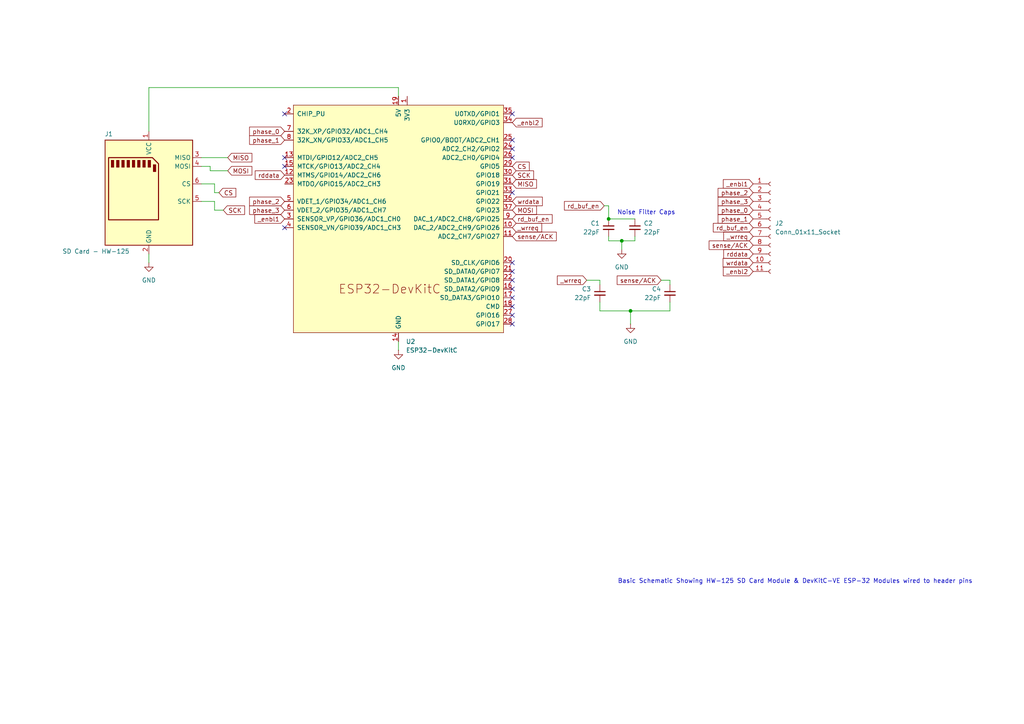
<source format=kicad_sch>
(kicad_sch (version 20250114) (generator "eeschema") (generator_version "9.0")
  (paper "A4")
  (lib_symbols
    (symbol "Connector:Conn_01x11_Socket" (pin_names (offset 1.016) (hide yes))
      (property "Reference" "J" (at 0 15.24 0))
      (property "Value" "Conn_01x11_Socket" (at 0 -15.24 0))
      (symbol "Conn_01x11_Socket_1_1"
        (polyline (pts (xy -1.27 12.7) (xy -0.508 12.7)) (stroke (width 0.1524)))
        (polyline (pts (xy -1.27 10.16) (xy -0.508 10.16)) (stroke (width 0.1524)))
        (polyline (pts (xy -1.27 7.62) (xy -0.508 7.62)) (stroke (width 0.1524)))
        (polyline (pts (xy -1.27 5.08) (xy -0.508 5.08)) (stroke (width 0.1524)))
        (polyline (pts (xy -1.27 2.54) (xy -0.508 2.54)) (stroke (width 0.1524)))
        (polyline (pts (xy -1.27 0) (xy -0.508 0)) (stroke (width 0.1524)))
        (polyline (pts (xy -1.27 -2.54) (xy -0.508 -2.54)) (stroke (width 0.1524)))
        (polyline (pts (xy -1.27 -5.08) (xy -0.508 -5.08)) (stroke (width 0.1524)))
        (polyline (pts (xy -1.27 -7.62) (xy -0.508 -7.62)) (stroke (width 0.1524)))
        (polyline (pts (xy -1.27 -10.16) (xy -0.508 -10.16)) (stroke (width 0.1524)))
        (polyline (pts (xy -1.27 -12.7) (xy -0.508 -12.7)) (stroke (width 0.1524)))
        (arc (start 0 12.192) (mid -0.5058 12.7) (end 0 13.208) (stroke (width 0.1524)))
        (arc (start 0 9.652) (mid -0.5058 10.16) (end 0 10.668) (stroke (width 0.1524)))
        (arc (start 0 7.112) (mid -0.5058 7.62) (end 0 8.128) (stroke (width 0.1524)))
        (arc (start 0 4.572) (mid -0.5058 5.08) (end 0 5.588) (stroke (width 0.1524)))
        (arc (start 0 2.032) (mid -0.5058 2.54) (end 0 3.048) (stroke (width 0.1524)))
        (arc (start 0 -0.508) (mid -0.5058 0) (end 0 0.508) (stroke (width 0.1524)))
        (arc (start 0 -3.048) (mid -0.5058 -2.54) (end 0 -2.032) (stroke (width 0.1524)))
        (arc (start 0 -5.588) (mid -0.5058 -5.08) (end 0 -4.572) (stroke (width 0.1524)))
        (arc (start 0 -8.128) (mid -0.5058 -7.62) (end 0 -7.112) (stroke (width 0.1524)))
        (arc (start 0 -10.668) (mid -0.5058 -10.16) (end 0 -9.652) (stroke (width 0.1524)))
        (arc (start 0 -13.208) (mid -0.5058 -12.7) (end 0 -12.192) (stroke (width 0.1524)))
        (pin passive line (at -5.08 12.7 0) (length 3.81) (name "Pin_1") (number "1"))
        (pin passive line (at -5.08 10.16 0) (length 3.81) (name "Pin_2") (number "2"))
        (pin passive line (at -5.08 7.62 0) (length 3.81) (name "Pin_3") (number "3"))
        (pin passive line (at -5.08 5.08 0) (length 3.81) (name "Pin_4") (number "4"))
        (pin passive line (at -5.08 2.54 0) (length 3.81) (name "Pin_5") (number "5"))
        (pin passive line (at -5.08 0 0) (length 3.81) (name "Pin_6") (number "6"))
        (pin passive line (at -5.08 -2.54 0) (length 3.81) (name "Pin_7") (number "7"))
        (pin passive line (at -5.08 -5.08 0) (length 3.81) (name "Pin_8") (number "8"))
        (pin passive line (at -5.08 -7.62 0) (length 3.81) (name "Pin_9") (number "9"))
        (pin passive line (at -5.08 -10.16 0) (length 3.81) (name "Pin_10") (number "10"))
        (pin passive line (at -5.08 -12.7 0) (length 3.81) (name "Pin_11") (number "11"))
      )
    )
    (symbol "Connector:HW-125_SD_Card"
      (property "Reference" "J" (at -11.938 18.288 0))
      (property "Value" "SD Card - HW-125" (at 0 -8.128 0))
      (symbol "HW-125_SD_Card_0_1"
        (rectangle (start -2.032 9.398) (end -1.27 7.366) (fill (type outline)))
        (rectangle (start -0.508 10.668) (end 0.254 8.636) (fill (type outline)))
        (rectangle (start 1.016 10.668) (end 1.778 8.636) (fill (type outline)))
        (rectangle (start 2.54 10.668) (end 3.302 8.636) (fill (type outline)))
        (rectangle (start 4.064 10.668) (end 4.826 8.636) (fill (type outline)))
        (rectangle (start 5.588 10.668) (end 6.35 8.636) (fill (type outline)))
        (rectangle (start 7.112 10.668) (end 7.874 8.636) (fill (type outline)))
        (rectangle (start 8.636 10.668) (end 9.398 8.636) (fill (type outline)))
        (rectangle (start 10.16 10.668) (end 10.922 8.636) (fill (type outline)))
      )
      (symbol "HW-125_SD_Card_1_1"
        (rectangle (start -12.7 16.51) (end 12.7 -13.97) (stroke (width 0.254)) (fill (type background)))
        (polyline (pts (xy -1.016 11.43) (xy 11.684 11.43) (xy 11.684 -6.604) (xy -2.794 -6.604) (xy -2.794 9.652) (xy -1.016 11.43)) (stroke (width 0.3)))
        (pin bidirectional line (at -15.24 11.43 0) (length 2.54) (name "MISO") (number "3"))
        (pin bidirectional line (at -15.24 8.89 0) (length 2.54) (name "MOSI") (number "4"))
        (pin bidirectional line (at -15.24 3.81 0) (length 2.54) (name "CS") (number "6"))
        (pin input line (at -15.24 -1.27 0) (length 2.54) (name "SCK") (number "5"))
        (pin power_in line (at 0 19.05 270) (length 2.54) (name "VCC") (number "1"))
        (pin power_in line (at 0 -16.51 90) (length 2.54) (name "GND") (number "2"))
      )
    )
    (symbol "Device:C_Small" (pin_numbers (hide yes)) (pin_names (offset 0.254) (hide yes))
      (property "Reference" "C" (at 0.254 1.778 0))
      (property "Value" "C_Small" (at 0.254 -2.032 0))
      (symbol "C_Small_0_1"
        (polyline (pts (xy -1.524 0.508) (xy 1.524 0.508)) (stroke (width 0.3048)))
        (polyline (pts (xy -1.524 -0.508) (xy 1.524 -0.508)) (stroke (width 0.3302)))
      )
      (symbol "C_Small_1_1"
        (pin passive line (at 0 2.54 270) (length 2.032) (name "~") (number "1"))
        (pin passive line (at 0 -2.54 90) (length 2.032) (name "~") (number "2"))
      )
    )
    (symbol "PCM_Espressif:ESP32-DevKitC" (pin_names (offset 1.016))
      (property "Reference" "U" (at -30.48 38.1 0))
      (property "Value" "ESP32-DevKitC" (at -30.48 35.56 0))
      (symbol "ESP32-DevKitC_0_0"
        (text "ESP32-DevKitC" (at -2.54 -20.32 0) (effects (font (size 2.54 2.54))))
        (pin power_in line (at 0 35.56 270) (length 2.54) (name "5V") (number "19"))
        (pin power_in line (at 0 -35.56 90) (length 2.54) (name "GND") (number "14"))
      )
      (symbol "ESP32-DevKitC_0_1"
        (rectangle (start -30.48 33.02) (end 30.48 -33.02) (fill (type background)))
      )
      (symbol "ESP32-DevKitC_1_1"
        (pin input line (at -33.02 30.48 0) (length 2.54) (name "CHIP_PU") (number "2"))
        (pin bidirectional line (at -33.02 25.4 0) (length 2.54) (name "32K_XP/GPIO32/ADC1_CH4") (number "7"))
        (pin bidirectional line (at -33.02 22.86 0) (length 2.54) (name "32K_XN/GPIO33/ADC1_CH5") (number "8"))
        (pin bidirectional line (at -33.02 17.78 0) (length 2.54) (name "MTDI/GPIO12/ADC2_CH5") (number "13"))
        (pin bidirectional line (at -33.02 15.24 0) (length 2.54) (name "MTCK/GPIO13/ADC2_CH4") (number "15"))
        (pin bidirectional line (at -33.02 12.7 0) (length 2.54) (name "MTMS/GPIO14/ADC2_CH6") (number "12"))
        (pin bidirectional line (at -33.02 10.16 0) (length 2.54) (name "MTDO/GPIO15/ADC2_CH3") (number "23"))
        (pin input line (at -33.02 5.08 0) (length 2.54) (name "VDET_1/GPIO34/ADC1_CH6") (number "5"))
        (pin input line (at -33.02 2.54 0) (length 2.54) (name "VDET_2/GPIO35/ADC1_CH7") (number "6"))
        (pin input line (at -33.02 0 0) (length 2.54) (name "SENSOR_VP/GPIO36/ADC1_CH0") (number "3"))
        (pin input line (at -33.02 -2.54 0) (length 2.54) (name "SENSOR_VN/GPIO39/ADC1_CH3") (number "4"))
        (pin passive line (at 0 -35.56 90) (length 2.54) (hide yes) (name "GND") (number "32"))
        (pin passive line (at 0 -35.56 90) (length 2.54) (hide yes) (name "GND") (number "38"))
        (pin power_in line (at 2.54 35.56 270) (length 2.54) (name "3V3") (number "1"))
        (pin bidirectional line (at 33.02 30.48 180) (length 2.54) (name "U0TXD/GPIO1") (number "35"))
        (pin bidirectional line (at 33.02 27.94 180) (length 2.54) (name "U0RXD/GPIO3") (number "34"))
        (pin bidirectional line (at 33.02 22.86 180) (length 2.54) (name "GPIO0/BOOT/ADC2_CH1") (number "25"))
        (pin bidirectional line (at 33.02 20.32 180) (length 2.54) (name "ADC2_CH2/GPIO2") (number "24"))
        (pin bidirectional line (at 33.02 17.78 180) (length 2.54) (name "ADC2_CH0/GPIO4") (number "26"))
        (pin bidirectional line (at 33.02 15.24 180) (length 2.54) (name "GPIO5") (number "29"))
        (pin bidirectional line (at 33.02 12.7 180) (length 2.54) (name "GPIO18") (number "30"))
        (pin bidirectional line (at 33.02 10.16 180) (length 2.54) (name "GPIO19") (number "31"))
        (pin bidirectional line (at 33.02 7.62 180) (length 2.54) (name "GPIO21") (number "33"))
        (pin bidirectional line (at 33.02 5.08 180) (length 2.54) (name "GPIO22") (number "36"))
        (pin bidirectional line (at 33.02 2.54 180) (length 2.54) (name "GPIO23") (number "37"))
        (pin bidirectional line (at 33.02 0 180) (length 2.54) (name "DAC_1/ADC2_CH8/GPIO25") (number "9"))
        (pin bidirectional line (at 33.02 -2.54 180) (length 2.54) (name "DAC_2/ADC2_CH9/GPIO26") (number "10"))
        (pin bidirectional line (at 33.02 -5.08 180) (length 2.54) (name "ADC2_CH7/GPIO27") (number "11"))
        (pin bidirectional line (at 33.02 -12.7 180) (length 2.54) (name "SD_CLK/GPIO6") (number "20"))
        (pin bidirectional line (at 33.02 -15.24 180) (length 2.54) (name "SD_DATA0/GPIO7") (number "21"))
        (pin bidirectional line (at 33.02 -17.78 180) (length 2.54) (name "SD_DATA1/GPIO8") (number "22"))
        (pin bidirectional line (at 33.02 -20.32 180) (length 2.54) (name "SD_DATA2/GPIO9") (number "16"))
        (pin bidirectional line (at 33.02 -22.86 180) (length 2.54) (name "SD_DATA3/GPIO10") (number "17"))
        (pin bidirectional line (at 33.02 -25.4 180) (length 2.54) (name "CMD") (number "18"))
        (pin bidirectional line (at 33.02 -27.94 180) (length 2.54) (name "GPIO16") (number "27"))
        (pin bidirectional line (at 33.02 -30.48 180) (length 2.54) (name "GPIO17") (number "28"))
      )
    )
    (symbol "power:GND" (power) (pin_numbers (hide yes)) (pin_names (offset 0) (hide yes))
      (property "Value" "GND" (at 0 -3.81 0))
      (symbol "GND_0_1"
        (polyline (pts (xy 0 0) (xy 0 -1.27) (xy 1.27 -1.27) (xy 0 -2.54) (xy -1.27 -1.27) (xy 0 -1.27)))
      )
      (symbol "GND_1_1"
        (pin power_in line (at 0 0 270) (length 0) (name "~") (number "1"))
      )
    )
  )
  (text "Noise Filter Caps" (at 187.452 61.722 0) (effects (font (size 1.27 1.27))))
  (text "Basic Schematic Showing HW-125 SD Card Module & DevKitC-VE ESP-32 Modules wired to header pins" (at 230.632 168.656 0) (effects (font (size 1.27 1.27))))
  (junction (at 176.53 63.5))
  (junction (at 180.34 69.85))
  (junction (at 182.88 90.17))
  (no_connect (at 148.59 55.88))
  (no_connect (at 148.59 81.28))
  (no_connect (at 148.59 33.02))
  (no_connect (at 148.59 43.18))
  (no_connect (at 82.55 45.72))
  (no_connect (at 148.59 78.74))
  (no_connect (at 82.55 48.26))
  (no_connect (at 148.59 45.72))
  (no_connect (at 148.59 76.2))
  (no_connect (at 148.59 93.98))
  (no_connect (at 148.59 88.9))
  (no_connect (at 148.59 86.36))
  (no_connect (at 148.59 40.64))
  (no_connect (at 148.59 83.82))
  (no_connect (at 82.55 66.04))
  (no_connect (at 148.59 91.44))
  (no_connect (at 82.55 33.02))
  (wire (pts (xy 62.23 55.88) (xy 62.23 53.34)))
  (wire (pts (xy 115.57 99.06) (xy 115.57 101.6)))
  (wire (pts (xy 180.34 69.85) (xy 184.15 69.85)))
  (wire (pts (xy 60.96 48.26) (xy 60.96 49.53)))
  (wire (pts (xy 43.18 25.4) (xy 115.57 25.4)))
  (wire (pts (xy 180.34 69.85) (xy 180.34 72.39)))
  (wire (pts (xy 62.23 53.34) (xy 58.42 53.34)))
  (wire (pts (xy 58.42 48.26) (xy 60.96 48.26)))
  (wire (pts (xy 173.99 81.28) (xy 173.99 82.55)))
  (wire (pts (xy 176.53 68.58) (xy 176.53 69.85)))
  (wire (pts (xy 173.99 87.63) (xy 173.99 90.17)))
  (wire (pts (xy 43.18 25.4) (xy 43.18 38.1)))
  (wire (pts (xy 176.53 59.69) (xy 176.53 63.5)))
  (wire (pts (xy 60.96 49.53) (xy 66.04 49.53)))
  (wire (pts (xy 182.88 90.17) (xy 194.31 90.17)))
  (wire (pts (xy 194.31 90.17) (xy 194.31 87.63)))
  (wire (pts (xy 176.53 69.85) (xy 180.34 69.85)))
  (wire (pts (xy 62.23 60.96) (xy 64.77 60.96)))
  (wire (pts (xy 62.23 58.42) (xy 62.23 60.96)))
  (wire (pts (xy 62.23 55.88) (xy 63.5 55.88)))
  (wire (pts (xy 175.26 59.69) (xy 176.53 59.69)))
  (wire (pts (xy 184.15 69.85) (xy 184.15 68.58)))
  (wire (pts (xy 176.53 63.5) (xy 184.15 63.5)))
  (wire (pts (xy 191.77 81.28) (xy 194.31 81.28)))
  (wire (pts (xy 43.18 73.66) (xy 43.18 76.2)))
  (wire (pts (xy 58.42 58.42) (xy 62.23 58.42)))
  (wire (pts (xy 170.18 81.28) (xy 173.99 81.28)))
  (wire (pts (xy 194.31 81.28) (xy 194.31 82.55)))
  (wire (pts (xy 58.42 45.72) (xy 66.04 45.72)))
  (wire (pts (xy 182.88 90.17) (xy 182.88 93.98)))
  (wire (pts (xy 173.99 90.17) (xy 182.88 90.17)))
  (wire (pts (xy 115.57 25.4) (xy 115.57 27.94)))
  (global_label "rd_buf_en" (shape input) (at 218.44 66.04 180) (property "Intersheetrefs" "${INTERSHEET_REFS}" (effects (hide yes))))
  (global_label "_enbl2" (shape input) (at 218.44 78.74 180) (property "Intersheetrefs" "${INTERSHEET_REFS}" (effects (hide yes))))
  (global_label "phase_1" (shape input) (at 82.55 40.64 180) (property "Intersheetrefs" "${INTERSHEET_REFS}" (effects (hide yes))))
  (global_label "MOSI" (shape input) (at 148.59 60.96 0) (property "Intersheetrefs" "${INTERSHEET_REFS}" (effects (hide yes))))
  (global_label "_enbl1" (shape input) (at 82.55 63.5 180) (property "Intersheetrefs" "${INTERSHEET_REFS}" (effects (hide yes))))
  (global_label "phase_2" (shape input) (at 218.44 55.88 180) (property "Intersheetrefs" "${INTERSHEET_REFS}" (effects (hide yes))))
  (global_label "rddata" (shape input) (at 218.44 73.66 180) (property "Intersheetrefs" "${INTERSHEET_REFS}" (effects (hide yes))))
  (global_label "phase_1" (shape input) (at 218.44 63.5 180) (property "Intersheetrefs" "${INTERSHEET_REFS}" (effects (hide yes))))
  (global_label "MISO" (shape input) (at 148.59 53.34 0) (property "Intersheetrefs" "${INTERSHEET_REFS}" (effects (hide yes))))
  (global_label "_wrreq" (shape input) (at 170.18 81.28 180) (property "Intersheetrefs" "${INTERSHEET_REFS}" (effects (hide yes))))
  (global_label "SCK" (shape input) (at 148.59 50.8 0) (property "Intersheetrefs" "${INTERSHEET_REFS}" (effects (hide yes))))
  (global_label "SCK" (shape input) (at 64.77 60.96 0) (property "Intersheetrefs" "${INTERSHEET_REFS}" (effects (hide yes))))
  (global_label "CS" (shape input) (at 148.59 48.26 0) (property "Intersheetrefs" "${INTERSHEET_REFS}" (effects (hide yes))))
  (global_label "_wrreq" (shape input) (at 148.59 66.04 0) (property "Intersheetrefs" "${INTERSHEET_REFS}" (effects (hide yes))))
  (global_label "rd_buf_en" (shape input) (at 175.26 59.69 180) (property "Intersheetrefs" "${INTERSHEET_REFS}" (effects (hide yes))))
  (global_label "rd_buf_en" (shape input) (at 148.59 63.5 0) (property "Intersheetrefs" "${INTERSHEET_REFS}" (effects (hide yes))))
  (global_label "wrdata" (shape input) (at 218.44 76.2 180) (property "Intersheetrefs" "${INTERSHEET_REFS}" (effects (hide yes))))
  (global_label "sense{slash}ACK" (shape input) (at 218.44 71.12 180) (property "Intersheetrefs" "${INTERSHEET_REFS}" (effects (hide yes))))
  (global_label "phase_0" (shape input) (at 218.44 60.96 180) (property "Intersheetrefs" "${INTERSHEET_REFS}" (effects (hide yes))))
  (global_label "MISO" (shape input) (at 66.04 45.72 0) (property "Intersheetrefs" "${INTERSHEET_REFS}" (effects (hide yes))))
  (global_label "wrdata" (shape input) (at 148.59 58.42 0) (property "Intersheetrefs" "${INTERSHEET_REFS}" (effects (hide yes))))
  (global_label "CS" (shape input) (at 63.5 55.88 0) (property "Intersheetrefs" "${INTERSHEET_REFS}" (effects (hide yes))))
  (global_label "phase_0" (shape input) (at 82.55 38.1 180) (property "Intersheetrefs" "${INTERSHEET_REFS}" (effects (hide yes))))
  (global_label "_enbl1" (shape input) (at 218.44 53.34 180) (property "Intersheetrefs" "${INTERSHEET_REFS}" (effects (hide yes))))
  (global_label "rddata" (shape input) (at 82.55 50.8 180) (property "Intersheetrefs" "${INTERSHEET_REFS}" (effects (hide yes))))
  (global_label "MOSI" (shape input) (at 66.04 49.53 0) (property "Intersheetrefs" "${INTERSHEET_REFS}" (effects (hide yes))))
  (global_label "phase_2" (shape input) (at 82.55 58.42 180) (property "Intersheetrefs" "${INTERSHEET_REFS}" (effects (hide yes))))
  (global_label "sense{slash}ACK" (shape input) (at 148.59 68.58 0) (property "Intersheetrefs" "${INTERSHEET_REFS}" (effects (hide yes))))
  (global_label "phase_3" (shape input) (at 82.55 60.96 180) (property "Intersheetrefs" "${INTERSHEET_REFS}" (effects (hide yes))))
  (global_label "_wrreq" (shape input) (at 218.44 68.58 180) (property "Intersheetrefs" "${INTERSHEET_REFS}" (effects (hide yes))))
  (global_label "_enbl2" (shape input) (at 148.59 35.56 0) (property "Intersheetrefs" "${INTERSHEET_REFS}" (effects (hide yes))))
  (global_label "phase_3" (shape input) (at 218.44 58.42 180) (property "Intersheetrefs" "${INTERSHEET_REFS}" (effects (hide yes))))
  (global_label "sense{slash}ACK" (shape input) (at 191.77 81.28 180) (property "Intersheetrefs" "${INTERSHEET_REFS}" (effects (hide yes))))
  (symbol (lib_id "power:GND") (at 180.34 72.39 0) (mirror y) (unit 1)
    (property "Reference" "#PWR03" (effects (hide yes)))
    (property "Value" "GND" (at 180.34 77.47 0))
    (property "Description" "Power symbol creates a global label with name \"GND\" , ground" (effects (hide yes)))
  )
  (symbol (lib_id "Connector:Conn_01x11_Socket") (at 223.52 66.04 0) (unit 1)
    (property "Reference" "J2" (at 224.79 64.7699 0) (effects (justify left)))
    (property "Value" "Conn_01x11_Socket" (at 224.79 67.3099 0) (effects (justify left)))
    (property "Description" "Generic connector, single row, 01x11, script generated" (effects (hide yes)))
  )
  (symbol (lib_id "Device:C_Small") (at 173.99 85.09 0) (mirror y) (unit 1)
    (property "Reference" "C3" (at 171.45 83.8262 0) (effects (justify left)))
    (property "Value" "22pF" (at 171.45 86.3662 0) (effects (justify left)))
    (property "Description" "Unpolarized capacitor, small symbol" (effects (hide yes)))
  )
  (symbol (lib_id "power:GND") (at 182.88 93.98 0) (unit 1)
    (property "Reference" "#PWR04" (effects (hide yes)))
    (property "Value" "GND" (at 182.88 99.06 0))
    (property "Description" "Power symbol creates a global label with name \"GND\" , ground" (effects (hide yes)))
  )
  (symbol (lib_id "power:GND") (at 43.18 76.2 0) (mirror y) (unit 1)
    (property "Reference" "#PWR01" (effects (hide yes)))
    (property "Value" "GND" (at 43.18 81.28 0))
    (property "Description" "Power symbol creates a global label with name \"GND\" , ground" (effects (hide yes)))
  )
  (symbol (lib_id "Device:C_Small") (at 184.15 66.04 0) (unit 1)
    (property "Reference" "C2" (at 186.69 64.7762 0) (effects (justify left)))
    (property "Value" "22pF" (at 186.69 67.3162 0) (effects (justify left)))
    (property "Description" "Unpolarized capacitor, small symbol" (effects (hide yes)))
  )
  (symbol (lib_id "PCM_Espressif:ESP32-DevKitC") (at 115.57 63.5 0) (unit 1)
    (property "Reference" "U2" (at 117.7133 99.06 0) (effects (justify left)))
    (property "Value" "ESP32-DevKitC" (at 117.7133 101.6 0) (effects (justify left)))
    (property "Footprint" "PCM_Espressif:ESP32-DevKitC" (effects (hide yes)))
    (property "Datasheet" "https://docs.espressif.com/projects/esp-idf/zh_CN/latest/esp32/hw-reference/esp32/get-started-devkitc.html" (effects (hide yes)))
    (property "Description" "Development Kit" (effects (hide yes)))
  )
  (symbol (lib_id "Connector:HW-125_SD_Card") (at 43.18 57.15 0) (mirror y) (unit 1)
    (property "Reference" "J1" (at 32.766 38.862 0) (effects (justify left)))
    (property "Value" "SD Card - HW-125" (at 37.592 72.898 0) (effects (justify left)))
  )
  (symbol (lib_id "Device:C_Small") (at 176.53 66.04 0) (mirror y) (unit 1)
    (property "Reference" "C1" (at 173.99 64.7762 0) (effects (justify left)))
    (property "Value" "22pF" (at 173.99 67.3162 0) (effects (justify left)))
    (property "Description" "Unpolarized capacitor, small symbol" (effects (hide yes)))
  )
  (symbol (lib_id "Device:C_Small") (at 194.31 85.09 0) (mirror y) (unit 1)
    (property "Reference" "C4" (at 191.77 83.8262 0) (effects (justify left)))
    (property "Value" "22pF" (at 191.77 86.3662 0) (effects (justify left)))
    (property "Description" "Unpolarized capacitor, small symbol" (effects (hide yes)))
  )
  (symbol (lib_id "power:GND") (at 115.57 101.6 0) (mirror y) (unit 1)
    (property "Reference" "#PWR02" (effects (hide yes)))
    (property "Value" "GND" (at 115.57 106.68 0))
    (property "Description" "Power symbol creates a global label with name \"GND\" , ground" (effects (hide yes)))
  )
)
</source>
